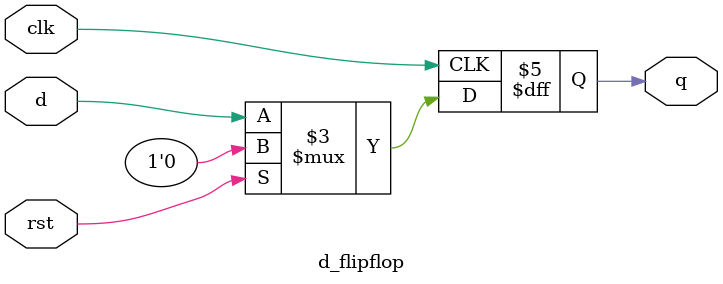
<source format=sv>
module d_flipflop(
  input clk,rst,d,
  output reg q);
  
  always@(posedge clk)begin
    if(rst)
      q<=0;
    else
      q<=d;
  end
endmodule

</source>
